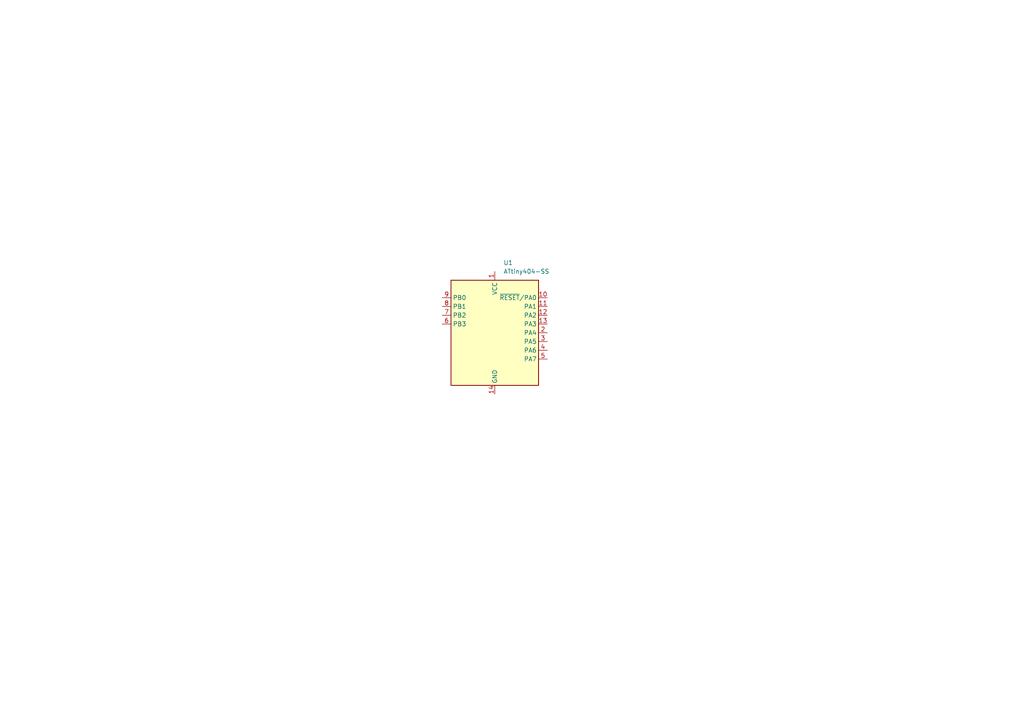
<source format=kicad_sch>
(kicad_sch (version 20231120) (generator "eeschema") (generator_version "8.0")
  (paper "A4")
  (lib_symbols
    (symbol "MCU_Microchip_ATtiny:ATtiny404-SS"
      (property "Reference" "U" (at -12.7 16.51 0))
      (property "Value" "ATtiny404-SS" (at 2.54 -16.51 0))
      (symbol "ATtiny404-SS_0_1"
        (rectangle (start -12.7 -15.24) (end 12.7 15.24) (stroke (width 0.254)) (fill (type background)))
      )
      (symbol "ATtiny404-SS_1_1"
        (pin power_in line (at 0 17.78 270) (length 2.54) (name "VCC") (number "1"))
        (pin bidirectional line (at 15.24 10.16 180) (length 2.54) (name "~{RESET}/PA0") (number "10"))
        (pin bidirectional line (at 15.24 7.62 180) (length 2.54) (name "PA1") (number "11"))
        (pin bidirectional line (at 15.24 5.08 180) (length 2.54) (name "PA2") (number "12"))
        (pin bidirectional line (at 15.24 2.54 180) (length 2.54) (name "PA3") (number "13"))
        (pin power_in line (at 0 -17.78 90) (length 2.54) (name "GND") (number "14"))
        (pin bidirectional line (at 15.24 0 180) (length 2.54) (name "PA4") (number "2"))
        (pin bidirectional line (at 15.24 -2.54 180) (length 2.54) (name "PA5") (number "3"))
        (pin bidirectional line (at 15.24 -5.08 180) (length 2.54) (name "PA6") (number "4"))
        (pin bidirectional line (at 15.24 -7.62 180) (length 2.54) (name "PA7") (number "5"))
        (pin bidirectional line (at -15.24 2.54 0) (length 2.54) (name "PB3") (number "6"))
        (pin bidirectional line (at -15.24 5.08 0) (length 2.54) (name "PB2") (number "7"))
        (pin bidirectional line (at -15.24 7.62 0) (length 2.54) (name "PB1") (number "8"))
        (pin bidirectional line (at -15.24 10.16 0) (length 2.54) (name "PB0") (number "9"))
      )
    )
  )
  (symbol (lib_id "MCU_Microchip_ATtiny:ATtiny404-SS") (at 143.51 96.52 0) (unit 1)
    (property "Reference" "U1" (at 146.012 76.2 0) (effects (justify left)))
    (property "Value" "ATtiny404-SS" (at 146.012 78.74 0) (effects (justify left)))
    (property "Footprint" "Package_SO:SOIC-14_3.9x8.7mm_P1.27mm" (effects (hide yes)))
    (property "Datasheet" "http://ww1.microchip.com/downloads/en/DeviceDoc/50002687A.pdf" (effects (hide yes)))
    (property "Description" "20MHz, 4kB Flash, 256B SRAM, 128B EEPROM, SOIC-14" (effects (hide yes)))
  )
)
</source>
